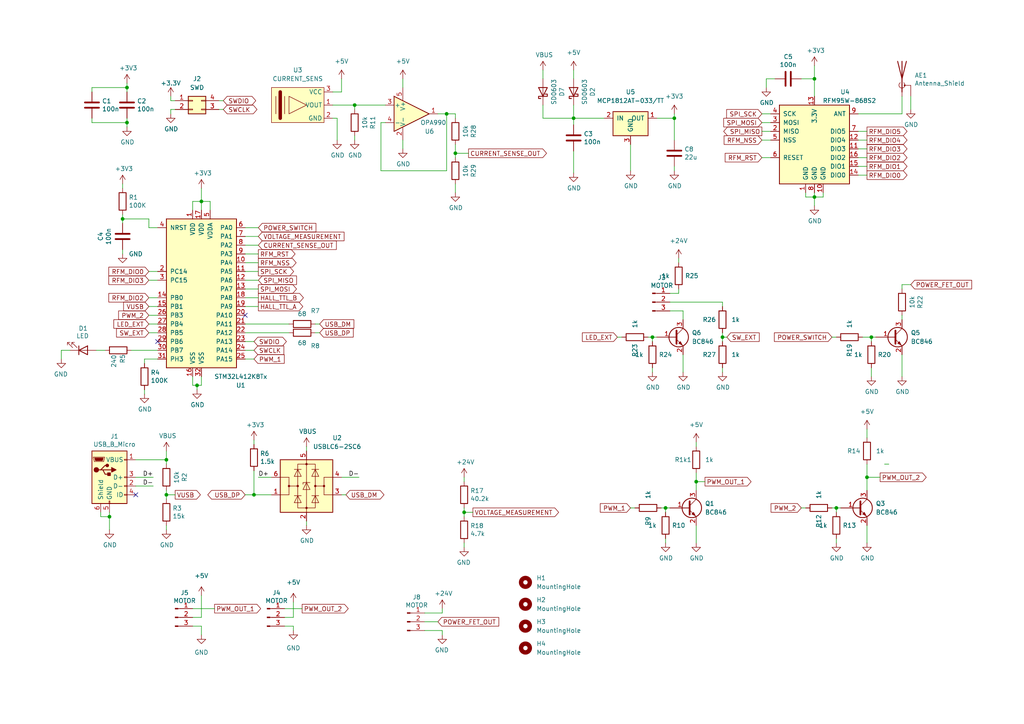
<source format=kicad_sch>
(kicad_sch (version 20211123) (generator eeschema)
  (paper "A4")
  (junction (at 195.58 34.29))
  (junction (at 193.04 147.32))
  (junction (at 209.55 97.79))
  (junction (at 201.93 139.7))
  (junction (at 35.56 63.5))
  (junction (at 166.37 34.29))
  (junction (at 236.22 57.15))
  (junction (at 58.42 58.42))
  (junction (at 36.83 25.4))
  (junction (at 134.62 148.59))
  (junction (at 102.87 30.48))
  (junction (at 242.57 147.32))
  (junction (at 252.73 97.79))
  (junction (at 251.46 138.43))
  (junction (at 48.26 143.51))
  (junction (at 236.22 22.86))
  (junction (at 132.08 44.45))
  (junction (at 129.54 33.02))
  (junction (at 36.83 35.56))
  (junction (at 48.26 133.35))
  (junction (at 189.23 97.79))
  (junction (at 31.75 149.86))
  (junction (at 57.15 111.76))
  (junction (at 73.66 143.51))
  (no_connect (at 45.72 99.06))
  (no_connect (at 71.12 91.44))
  (no_connect (at 39.37 143.51))
  (wire (pts (xy 134.62 149.86) (xy 134.62 148.59)))
  (wire (pts (xy 251.46 43.18) (xy 248.92 43.18)))
  (wire (pts (xy 166.37 50.165) (xy 166.37 43.815)))
  (wire (pts (xy 250.19 97.79) (xy 252.73 97.79)))
  (wire (pts (xy 256.54 134.62) (xy 257.81 134.62)))
  (wire (pts (xy 60.96 58.42) (xy 60.96 60.96)))
  (wire (pts (xy 71.12 71.12) (xy 74.93 71.12)))
  (wire (pts (xy 43.18 63.5) (xy 35.56 63.5)))
  (wire (pts (xy 195.58 49.53) (xy 195.58 48.26)))
  (wire (pts (xy 78.74 143.51) (xy 73.66 143.51)))
  (wire (pts (xy 251.46 134.62) (xy 251.46 138.43)))
  (wire (pts (xy 189.23 97.79) (xy 189.23 99.06)))
  (wire (pts (xy 31.75 149.86) (xy 31.75 148.59)))
  (wire (pts (xy 223.52 45.72) (xy 220.98 45.72)))
  (wire (pts (xy 43.18 93.98) (xy 45.72 93.98)))
  (wire (pts (xy 17.78 101.6) (xy 17.78 104.14)))
  (wire (pts (xy 55.88 60.96) (xy 55.88 58.42)))
  (wire (pts (xy 55.88 176.53) (xy 62.23 176.53)))
  (wire (pts (xy 71.12 86.36) (xy 74.93 86.36)))
  (wire (pts (xy 242.57 147.32) (xy 243.84 147.32)))
  (wire (pts (xy 233.68 57.15) (xy 236.22 57.15)))
  (wire (pts (xy 36.83 25.4) (xy 36.83 26.67)))
  (wire (pts (xy 55.88 109.22) (xy 55.88 111.76)))
  (wire (pts (xy 201.93 139.7) (xy 201.93 142.24)))
  (wire (pts (xy 222.25 22.86) (xy 224.79 22.86)))
  (wire (pts (xy 49.53 29.21) (xy 49.53 27.94)))
  (wire (pts (xy 123.19 177.8) (xy 128.27 177.8)))
  (wire (pts (xy 251.46 138.43) (xy 255.27 138.43)))
  (wire (pts (xy 71.12 101.6) (xy 73.66 101.6)))
  (wire (pts (xy 74.93 138.43) (xy 78.74 138.43)))
  (wire (pts (xy 189.23 97.79) (xy 190.5 97.79)))
  (wire (pts (xy 43.18 63.5) (xy 43.18 66.04)))
  (wire (pts (xy 85.09 174.625) (xy 85.09 179.07)))
  (wire (pts (xy 132.08 53.34) (xy 132.08 55.88)))
  (wire (pts (xy 43.18 66.04) (xy 45.72 66.04)))
  (wire (pts (xy 73.66 136.525) (xy 73.66 143.51)))
  (wire (pts (xy 99.06 143.51) (xy 100.33 143.51)))
  (wire (pts (xy 82.55 181.61) (xy 85.09 181.61)))
  (wire (pts (xy 85.09 181.61) (xy 85.09 182.88)))
  (wire (pts (xy 48.26 142.24) (xy 48.26 143.51)))
  (wire (pts (xy 190.5 34.29) (xy 195.58 34.29)))
  (wire (pts (xy 71.12 93.98) (xy 83.82 93.98)))
  (wire (pts (xy 157.48 34.29) (xy 166.37 34.29)))
  (wire (pts (xy 191.77 147.32) (xy 193.04 147.32)))
  (wire (pts (xy 73.66 104.14) (xy 71.12 104.14)))
  (wire (pts (xy 128.27 182.88) (xy 123.19 182.88)))
  (wire (pts (xy 238.76 57.15) (xy 238.76 55.88)))
  (wire (pts (xy 26.67 26.67) (xy 26.67 25.4)))
  (wire (pts (xy 102.87 39.37) (xy 102.87 40.64)))
  (wire (pts (xy 242.57 156.21) (xy 242.57 157.48)))
  (wire (pts (xy 193.04 147.32) (xy 194.31 147.32)))
  (wire (pts (xy 57.15 111.76) (xy 58.42 111.76)))
  (wire (pts (xy 58.42 181.61) (xy 58.42 184.15)))
  (wire (pts (xy 166.37 20.32) (xy 166.37 22.86)))
  (wire (pts (xy 48.26 153.67) (xy 48.26 152.4)))
  (wire (pts (xy 110.49 49.53) (xy 129.54 49.53)))
  (wire (pts (xy 45.72 104.14) (xy 41.91 104.14)))
  (wire (pts (xy 242.57 147.32) (xy 242.57 148.59)))
  (wire (pts (xy 71.12 81.28) (xy 74.93 81.28)))
  (wire (pts (xy 201.93 139.7) (xy 204.47 139.7)))
  (wire (pts (xy 236.22 59.69) (xy 236.22 57.15)))
  (wire (pts (xy 71.12 68.58) (xy 74.93 68.58)))
  (wire (pts (xy 43.18 96.52) (xy 45.72 96.52)))
  (wire (pts (xy 96.52 30.48) (xy 102.87 30.48)))
  (wire (pts (xy 71.12 96.52) (xy 83.82 96.52)))
  (wire (pts (xy 30.48 101.6) (xy 27.94 101.6)))
  (wire (pts (xy 132.08 44.45) (xy 132.08 45.72)))
  (wire (pts (xy 261.62 82.55) (xy 261.62 83.82)))
  (wire (pts (xy 63.5 29.21) (xy 64.77 29.21)))
  (wire (pts (xy 58.42 54.61) (xy 58.42 58.42)))
  (wire (pts (xy 134.62 138.43) (xy 134.62 139.7)))
  (wire (pts (xy 50.8 31.75) (xy 49.53 31.75)))
  (wire (pts (xy 116.84 22.86) (xy 116.84 25.4)))
  (wire (pts (xy 36.83 35.56) (xy 36.83 36.83)))
  (wire (pts (xy 97.79 34.29) (xy 97.79 40.64)))
  (wire (pts (xy 71.12 76.2) (xy 74.93 76.2)))
  (wire (pts (xy 20.32 101.6) (xy 17.78 101.6)))
  (wire (pts (xy 251.46 50.8) (xy 248.92 50.8)))
  (wire (pts (xy 222.25 25.4) (xy 222.25 22.86)))
  (wire (pts (xy 166.37 34.29) (xy 166.37 36.195)))
  (wire (pts (xy 134.62 148.59) (xy 134.62 147.32)))
  (wire (pts (xy 261.62 102.87) (xy 261.62 109.22)))
  (wire (pts (xy 58.42 179.07) (xy 58.42 172.72)))
  (wire (pts (xy 252.73 97.79) (xy 254 97.79)))
  (wire (pts (xy 48.26 143.51) (xy 48.26 144.78)))
  (wire (pts (xy 71.12 99.06) (xy 73.66 99.06)))
  (wire (pts (xy 193.04 147.32) (xy 193.04 148.59)))
  (wire (pts (xy 132.08 44.45) (xy 135.89 44.45)))
  (wire (pts (xy 102.87 30.48) (xy 111.76 30.48)))
  (wire (pts (xy 123.19 180.34) (xy 127 180.34)))
  (wire (pts (xy 241.3 97.79) (xy 242.57 97.79)))
  (wire (pts (xy 58.42 181.61) (xy 55.88 181.61)))
  (wire (pts (xy 134.62 148.59) (xy 137.16 148.59)))
  (wire (pts (xy 194.31 87.63) (xy 209.55 87.63)))
  (wire (pts (xy 129.54 33.02) (xy 132.08 33.02)))
  (wire (pts (xy 26.67 34.29) (xy 26.67 35.56)))
  (wire (pts (xy 41.91 104.14) (xy 41.91 105.41)))
  (wire (pts (xy 236.22 27.94) (xy 236.22 22.86)))
  (wire (pts (xy 157.48 30.48) (xy 157.48 34.29)))
  (wire (pts (xy 252.73 97.79) (xy 252.73 99.06)))
  (wire (pts (xy 110.49 35.56) (xy 110.49 49.53)))
  (wire (pts (xy 39.37 140.97) (xy 44.45 140.97)))
  (wire (pts (xy 36.83 24.13) (xy 36.83 25.4)))
  (wire (pts (xy 73.66 143.51) (xy 71.12 143.51)))
  (wire (pts (xy 187.96 97.79) (xy 189.23 97.79)))
  (wire (pts (xy 57.15 113.03) (xy 57.15 111.76)))
  (wire (pts (xy 45.72 91.44) (xy 43.18 91.44)))
  (wire (pts (xy 71.12 66.04) (xy 74.93 66.04)))
  (wire (pts (xy 201.93 137.16) (xy 201.93 139.7)))
  (wire (pts (xy 194.31 85.09) (xy 196.85 85.09)))
  (wire (pts (xy 35.56 63.5) (xy 35.56 62.23)))
  (wire (pts (xy 129.54 49.53) (xy 129.54 33.02)))
  (wire (pts (xy 248.92 33.02) (xy 261.62 33.02)))
  (wire (pts (xy 261.62 91.44) (xy 261.62 92.71)))
  (wire (pts (xy 220.98 35.56) (xy 223.52 35.56)))
  (wire (pts (xy 196.85 85.09) (xy 196.85 83.82)))
  (wire (pts (xy 232.41 147.32) (xy 233.68 147.32)))
  (wire (pts (xy 232.41 22.86) (xy 236.22 22.86)))
  (wire (pts (xy 251.46 38.1) (xy 248.92 38.1)))
  (wire (pts (xy 209.55 97.79) (xy 210.82 97.79)))
  (wire (pts (xy 55.88 111.76) (xy 57.15 111.76)))
  (wire (pts (xy 201.93 128.27) (xy 201.93 129.54)))
  (wire (pts (xy 35.56 73.66) (xy 35.56 72.39)))
  (wire (pts (xy 251.46 124.46) (xy 251.46 127)))
  (wire (pts (xy 26.67 35.56) (xy 36.83 35.56)))
  (wire (pts (xy 166.37 34.29) (xy 175.26 34.29)))
  (wire (pts (xy 31.75 153.67) (xy 31.75 149.86)))
  (wire (pts (xy 195.58 33.02) (xy 195.58 34.29)))
  (wire (pts (xy 157.48 20.32) (xy 157.48 22.86)))
  (wire (pts (xy 41.91 114.3) (xy 41.91 113.03)))
  (wire (pts (xy 251.46 45.72) (xy 248.92 45.72)))
  (wire (pts (xy 82.55 176.53) (xy 87.63 176.53)))
  (wire (pts (xy 128.27 176.53) (xy 128.27 177.8)))
  (wire (pts (xy 261.62 27.94) (xy 261.62 33.02)))
  (wire (pts (xy 236.22 57.15) (xy 238.76 57.15)))
  (wire (pts (xy 189.23 106.68) (xy 189.23 107.95)))
  (wire (pts (xy 99.06 22.86) (xy 99.06 26.67)))
  (wire (pts (xy 104.14 138.43) (xy 99.06 138.43)))
  (wire (pts (xy 132.08 41.91) (xy 132.08 44.45)))
  (wire (pts (xy 264.16 31.75) (xy 264.16 27.94)))
  (wire (pts (xy 71.12 73.66) (xy 74.93 73.66)))
  (wire (pts (xy 209.55 87.63) (xy 209.55 88.9)))
  (wire (pts (xy 223.52 38.1) (xy 220.98 38.1)))
  (wire (pts (xy 209.55 97.79) (xy 209.55 99.06)))
  (wire (pts (xy 35.56 53.34) (xy 35.56 54.61)))
  (wire (pts (xy 195.58 34.29) (xy 195.58 40.64)))
  (wire (pts (xy 45.72 86.36) (xy 43.18 86.36)))
  (wire (pts (xy 261.62 82.55) (xy 264.16 82.55)))
  (wire (pts (xy 91.44 93.98) (xy 92.71 93.98)))
  (wire (pts (xy 251.46 152.4) (xy 251.46 157.48)))
  (wire (pts (xy 39.37 138.43) (xy 44.45 138.43)))
  (wire (pts (xy 194.31 90.17) (xy 198.12 90.17)))
  (wire (pts (xy 26.67 25.4) (xy 36.83 25.4)))
  (wire (pts (xy 134.62 158.75) (xy 134.62 157.48)))
  (wire (pts (xy 128.27 182.88) (xy 128.27 184.15)))
  (wire (pts (xy 71.12 78.74) (xy 74.93 78.74)))
  (wire (pts (xy 209.55 96.52) (xy 209.55 97.79)))
  (wire (pts (xy 166.37 30.48) (xy 166.37 34.29)))
  (wire (pts (xy 91.44 96.52) (xy 92.71 96.52)))
  (wire (pts (xy 71.12 83.82) (xy 74.93 83.82)))
  (wire (pts (xy 64.77 31.75) (xy 63.5 31.75)))
  (wire (pts (xy 88.9 152.4) (xy 88.9 151.13)))
  (wire (pts (xy 36.83 34.29) (xy 36.83 35.56)))
  (wire (pts (xy 35.56 64.77) (xy 35.56 63.5)))
  (wire (pts (xy 49.53 29.21) (xy 50.8 29.21)))
  (wire (pts (xy 236.22 57.15) (xy 236.22 55.88)))
  (wire (pts (xy 71.12 88.9) (xy 74.93 88.9)))
  (wire (pts (xy 182.88 147.32) (xy 184.15 147.32)))
  (wire (pts (xy 132.08 34.29) (xy 132.08 33.02)))
  (wire (pts (xy 82.55 179.07) (xy 85.09 179.07)))
  (wire (pts (xy 48.26 133.35) (xy 48.26 134.62)))
  (wire (pts (xy 73.66 127.635) (xy 73.66 128.905)))
  (wire (pts (xy 179.07 97.79) (xy 180.34 97.79)))
  (wire (pts (xy 55.88 179.07) (xy 58.42 179.07)))
  (wire (pts (xy 193.04 156.21) (xy 193.04 157.48)))
  (wire (pts (xy 43.18 81.28) (xy 45.72 81.28)))
  (wire (pts (xy 233.68 55.88) (xy 233.68 57.15)))
  (wire (pts (xy 29.21 148.59) (xy 29.21 149.86)))
  (wire (pts (xy 96.52 26.67) (xy 99.06 26.67)))
  (wire (pts (xy 102.87 30.48) (xy 102.87 31.75)))
  (wire (pts (xy 45.72 101.6) (xy 38.1 101.6)))
  (wire (pts (xy 209.55 106.68) (xy 209.55 107.95)))
  (wire (pts (xy 88.9 129.54) (xy 88.9 130.81)))
  (wire (pts (xy 111.76 35.56) (xy 110.49 35.56)))
  (wire (pts (xy 58.42 60.96) (xy 58.42 58.42)))
  (wire (pts (xy 43.18 78.74) (xy 45.72 78.74)))
  (wire (pts (xy 236.22 22.86) (xy 236.22 19.05)))
  (wire (pts (xy 116.84 40.64) (xy 116.84 43.18)))
  (wire (pts (xy 251.46 40.64) (xy 248.92 40.64)))
  (wire (pts (xy 196.85 74.93) (xy 196.85 76.2)))
  (wire (pts (xy 39.37 133.35) (xy 48.26 133.35)))
  (wire (pts (xy 48.26 130.81) (xy 48.26 133.35)))
  (wire (pts (xy 198.12 102.87) (xy 198.12 107.95)))
  (wire (pts (xy 29.21 149.86) (xy 31.75 149.86)))
  (wire (pts (xy 58.42 58.42) (xy 60.96 58.42)))
  (wire (pts (xy 223.52 33.02) (xy 220.98 33.02)))
  (wire (pts (xy 129.54 33.02) (xy 127 33.02)))
  (wire (pts (xy 252.73 106.68) (xy 252.73 109.22)))
  (wire (pts (xy 43.18 88.9) (xy 45.72 88.9)))
  (wire (pts (xy 182.88 49.53) (xy 182.88 41.91)))
  (wire (pts (xy 198.12 90.17) (xy 198.12 92.71)))
  (wire (pts (xy 220.98 40.64) (xy 223.52 40.64)))
  (wire (pts (xy 58.42 111.76) (xy 58.42 109.22)))
  (wire (pts (xy 49.53 31.75) (xy 49.53 33.02)))
  (wire (pts (xy 251.46 138.43) (xy 251.46 142.24)))
  (wire (pts (xy 201.93 152.4) (xy 201.93 157.48)))
  (wire (pts (xy 55.88 58.42) (xy 58.42 58.42)))
  (wire (pts (xy 241.3 147.32) (xy 242.57 147.32)))
  (wire (pts (xy 251.46 48.26) (xy 248.92 48.26)))
  (wire (pts (xy 48.26 143.51) (xy 50.8 143.51)))
  (wire (pts (xy 97.79 34.29) (xy 96.52 34.29)))
  (label "D-" (at 44.45 140.97 180))
  (label "D-" (at 104.14 138.43 180))
  (label "D+" (at 74.93 138.43 0))
  (label "D+" (at 44.45 138.43 180))
  (global_label "RFM_DIO3" (shape input) (at 43.18 81.28 180) (property "Intersheet References" "${INTERSHEET_REFS}" (effects hide)))
  (global_label "PWM_OUT_1" (shape output) (at 204.47 139.7 0) (property "Intersheet References" "${INTERSHEET_REFS}" (effects hide)))
  (global_label "RFM_RST" (shape input) (at 220.98 45.72 180) (property "Intersheet References" "${INTERSHEET_REFS}" (effects hide)))
  (global_label "USB_DP" (shape input) (at 92.71 96.52 0) (property "Intersheet References" "${INTERSHEET_REFS}" (effects hide)))
  (global_label "RFM_DIO4" (shape output) (at 251.46 40.64 0) (property "Intersheet References" "${INTERSHEET_REFS}" (effects hide)))
  (global_label "PWM_OUT_1" (shape output) (at 62.23 176.53 0) (property "Intersheet References" "${INTERSHEET_REFS}" (effects hide)))
  (global_label "PWM_OUT_2" (shape output) (at 87.63 176.53 0) (property "Intersheet References" "${INTERSHEET_REFS}" (effects hide)))
  (global_label "PWM_OUT_2" (shape output) (at 255.27 138.43 0) (property "Intersheet References" "${INTERSHEET_REFS}" (effects hide)))
  (global_label "PWM_1" (shape input) (at 182.88 147.32 180) (property "Intersheet References" "${INTERSHEET_REFS}" (effects hide)))
  (global_label "VUSB" (shape output) (at 50.8 143.51 0) (property "Intersheet References" "${INTERSHEET_REFS}" (effects hide)))
  (global_label "RFM_DIO0" (shape output) (at 251.46 50.8 0) (property "Intersheet References" "${INTERSHEET_REFS}" (effects hide)))
  (global_label "SPI_MISO" (shape output) (at 220.98 38.1 180) (property "Intersheet References" "${INTERSHEET_REFS}" (effects hide)))
  (global_label "RFM_NSS" (shape input) (at 220.98 40.64 180) (property "Intersheet References" "${INTERSHEET_REFS}" (effects hide)))
  (global_label "SW_EXT" (shape input) (at 43.18 96.52 180) (property "Intersheet References" "${INTERSHEET_REFS}" (effects hide)))
  (global_label "HALL_TTL_B" (shape output) (at 74.93 86.36 0) (property "Intersheet References" "${INTERSHEET_REFS}" (effects hide)))
  (global_label "SPI_SCK" (shape output) (at 74.93 78.74 0) (property "Intersheet References" "${INTERSHEET_REFS}" (effects hide)))
  (global_label "PWM_2" (shape input) (at 232.41 147.32 180) (property "Intersheet References" "${INTERSHEET_REFS}" (effects hide)))
  (global_label "RFM_DIO2" (shape input) (at 43.18 86.36 180) (property "Intersheet References" "${INTERSHEET_REFS}" (effects hide)))
  (global_label "RFM_DIO0" (shape input) (at 43.18 78.74 180) (property "Intersheet References" "${INTERSHEET_REFS}" (effects hide)))
  (global_label "POWER_SWITCH" (shape input) (at 241.3 97.79 180) (property "Intersheet References" "${INTERSHEET_REFS}" (effects hide)))
  (global_label "VUSB" (shape input) (at 43.18 88.9 180) (property "Intersheet References" "${INTERSHEET_REFS}" (effects hide)))
  (global_label "SWCLK" (shape input) (at 73.66 101.6 0) (property "Intersheet References" "${INTERSHEET_REFS}" (effects hide)))
  (global_label "SWCLK" (shape bidirectional) (at 64.77 31.75 0) (property "Intersheet References" "${INTERSHEET_REFS}" (effects hide)))
  (global_label "RFM_DIO2" (shape output) (at 251.46 45.72 0) (property "Intersheet References" "${INTERSHEET_REFS}" (effects hide)))
  (global_label "SPI_SCK" (shape input) (at 220.98 33.02 180) (property "Intersheet References" "${INTERSHEET_REFS}" (effects hide)))
  (global_label "VOLTAGE_MEASUREMENT" (shape input) (at 74.93 68.58 0) (property "Intersheet References" "${INTERSHEET_REFS}" (effects hide)))
  (global_label "HALL_TTL_A" (shape output) (at 74.93 88.9 0) (property "Intersheet References" "${INTERSHEET_REFS}" (effects hide)))
  (global_label "USB_DM" (shape input) (at 92.71 93.98 0) (property "Intersheet References" "${INTERSHEET_REFS}" (effects hide)))
  (global_label "USB_DM" (shape bidirectional) (at 100.33 143.51 0) (property "Intersheet References" "${INTERSHEET_REFS}" (effects hide)))
  (global_label "RFM_DIO3" (shape output) (at 251.46 43.18 0) (property "Intersheet References" "${INTERSHEET_REFS}" (effects hide)))
  (global_label "LED_EXT" (shape input) (at 179.07 97.79 180) (property "Intersheet References" "${INTERSHEET_REFS}" (effects hide)))
  (global_label "POWER_FET_OUT" (shape input) (at 264.16 82.55 0) (property "Intersheet References" "${INTERSHEET_REFS}" (effects hide)))
  (global_label "SWDIO" (shape bidirectional) (at 73.66 99.06 0) (property "Intersheet References" "${INTERSHEET_REFS}" (effects hide)))
  (global_label "RFM_RST" (shape output) (at 74.93 73.66 0) (property "Intersheet References" "${INTERSHEET_REFS}" (effects hide)))
  (global_label "POWER_SWITCH" (shape input) (at 74.93 66.04 0) (property "Intersheet References" "${INTERSHEET_REFS}" (effects hide)))
  (global_label "CURRENT_SENSE_OUT" (shape input) (at 74.93 71.12 0) (property "Intersheet References" "${INTERSHEET_REFS}" (effects hide)))
  (global_label "VOLTAGE_MEASUREMENT" (shape output) (at 137.16 148.59 0) (property "Intersheet References" "${INTERSHEET_REFS}" (effects hide)))
  (global_label "USB_DP" (shape bidirectional) (at 71.12 143.51 180) (property "Intersheet References" "${INTERSHEET_REFS}" (effects hide)))
  (global_label "SPI_MISO" (shape input) (at 74.93 81.28 0) (property "Intersheet References" "${INTERSHEET_REFS}" (effects hide)))
  (global_label "SPI_MOSI" (shape input) (at 220.98 35.56 180) (property "Intersheet References" "${INTERSHEET_REFS}" (effects hide)))
  (global_label "CURRENT_SENSE_OUT" (shape output) (at 135.89 44.45 0) (property "Intersheet References" "${INTERSHEET_REFS}" (effects hide)))
  (global_label "SW_EXT" (shape input) (at 210.82 97.79 0) (property "Intersheet References" "${INTERSHEET_REFS}" (effects hide)))
  (global_label "POWER_FET_OUT" (shape input) (at 127 180.34 0) (property "Intersheet References" "${INTERSHEET_REFS}" (effects hide)))
  (global_label "RFM_DIO5" (shape output) (at 251.46 38.1 0) (property "Intersheet References" "${INTERSHEET_REFS}" (effects hide)))
  (global_label "PWM_2" (shape input) (at 43.18 91.44 180) (property "Intersheet References" "${INTERSHEET_REFS}" (effects hide)))
  (global_label "SWDIO" (shape bidirectional) (at 64.77 29.21 0) (property "Intersheet References" "${INTERSHEET_REFS}" (effects hide)))
  (global_label "SPI_MOSI" (shape output) (at 74.93 83.82 0) (property "Intersheet References" "${INTERSHEET_REFS}" (effects hide)))
  (global_label "RFM_DIO1" (shape output) (at 251.46 48.26 0) (property "Intersheet References" "${INTERSHEET_REFS}" (effects hide)))
  (global_label "RFM_NSS" (shape output) (at 74.93 76.2 0) (property "Intersheet References" "${INTERSHEET_REFS}" (effects hide)))
  (global_label "PWM_1" (shape input) (at 73.66 104.14 0) (property "Intersheet References" "${INTERSHEET_REFS}" (effects hide)))
  (global_label "LED_EXT" (shape input) (at 43.18 93.98 180) (property "Intersheet References" "${INTERSHEET_REFS}" (effects hide)))
  (symbol (lib_id "power:GND") (at 236.22 59.69 0) (unit 1)
    (property "Reference" "#PWR0110" (effects hide))
    (property "Value" "GND" (at 236.347 64.0842 0))
  )
  (symbol (lib_id "power:+24V") (at 196.85 74.93 0) (unit 1)
    (property "Reference" "#PWR0160" (effects hide))
    (property "Value" "+24V" (at 196.85 69.85 0))
  )
  (symbol (lib_id "Device:R") (at 132.08 49.53 0) (mirror y) (unit 1)
    (property "Reference" "R29" (at 137.3378 49.53 90))
    (property "Value" "10k" (at 135.0264 49.53 90))
    (property "Footprint" "Resistor_SMD:R_0603_1608Metric" (effects hide))
    (property "Hersteller Nr." "RT0603FRE0710KL" (effects hide))
    (property "Mouser Nr." "603-RT0603FRE0710KL" (effects hide))
  )
  (symbol (lib_id "power:GND") (at 102.87 40.64 0) (unit 1)
    (property "Reference" "#PWR0109" (effects hide))
    (property "Value" "GND" (at 102.997 45.0342 0))
  )
  (symbol (lib_id "MK_MCU:STM32L412K8Tx") (at 58.42 83.82 0) (unit 1)
    (property "Reference" "U1" (at 69.85 111.76 0))
    (property "Value" "STM32L412K8Tx" (at 69.85 109.22 0))
    (property "Footprint" "Package_QFP:LQFP-32_7x7mm_P0.8mm" (effects hide))
    (property "Hersteller Nr." "STM32L412K8T6" (effects hide))
    (property "Mouser Nr." "511-STM32L412K8T6" (effects hide))
  )
  (symbol (lib_id "Connector:Conn_01x03_Male") (at 189.23 87.63 0) (unit 1)
    (property "Reference" "J3" (at 191.9732 80.4926 0))
    (property "Value" "MOTOR" (at 191.9732 82.804 0))
    (property "Footprint" "Connector_PinHeader_2.54mm:PinHeader_1x03_P2.54mm_Vertical" (effects hide))
  )
  (symbol (lib_id "Mechanical:MountingHole") (at 152.4 168.91 0) (unit 1)
    (property "Reference" "H1" (at 155.575 167.6399 0) (effects (justify left)))
    (property "Value" "MountingHole" (at 155.575 170.1799 0) (effects (justify left)))
    (property "Footprint" "MountingHole:MountingHole_3.2mm_M3" (effects hide))
  )
  (symbol (lib_id "Amplifier_Operational:OPA330xxDBV") (at 119.38 33.02 0) (unit 1)
    (property "Reference" "U6" (at 123.19 38.1 0) (effects (justify left)))
    (property "Value" "OPA990" (at 121.92 35.56 0) (effects (justify left)))
    (property "Footprint" "Package_TO_SOT_SMD:SOT-23-5" (effects hide))
    (property "Datasheet" "https://www.ti.com/lit/ds/symlink/opa990.pdf" (effects hide))
    (property "Hersteller Nr." "OPA990IDBVR " (effects hide))
    (property "Mouser Nr." "595-OPA990IDBVR " (effects hide))
  )
  (symbol (lib_id "Device:C") (at 35.56 68.58 180) (unit 1)
    (property "Reference" "C4" (at 29.1592 68.58 90))
    (property "Value" "100n" (at 31.4706 68.58 90))
    (property "Footprint" "Capacitor_SMD:C_0603_1608Metric" (effects hide))
    (property "Datasheet" "https://www.mouser.ch/datasheet/2/585/MLCC-1837944.pdf" (effects hide))
    (property "Hersteller Nr." "CL10B104KB8NNWC" (effects hide))
    (property "Mouser Nr." "187-CL10B104KB8NNWC" (effects hide))
  )
  (symbol (lib_id "Connector:Conn_01x03_Male") (at 50.8 179.07 0) (unit 1)
    (property "Reference" "J5" (at 53.5432 171.9326 0))
    (property "Value" "MOTOR" (at 53.5432 174.244 0))
    (property "Footprint" "Connector_PinHeader_2.54mm:PinHeader_1x03_P2.54mm_Vertical" (effects hide))
  )
  (symbol (lib_id "power:+24V") (at 128.27 176.53 0) (unit 1)
    (property "Reference" "#PWR0155" (effects hide))
    (property "Value" "+24V" (at 128.651 172.1358 0))
  )
  (symbol (lib_id "power:VBUS") (at 48.26 130.81 0) (unit 1)
    (property "Reference" "#PWR0123" (effects hide))
    (property "Value" "VBUS" (at 48.641 126.4158 0))
  )
  (symbol (lib_id "power:GND") (at 85.09 182.88 0) (unit 1)
    (property "Reference" "#PWR0134" (effects hide))
    (property "Value" "GND" (at 85.09 187.96 0))
  )
  (symbol (lib_id "power:GND") (at 58.42 184.15 0) (unit 1)
    (property "Reference" "#PWR0132" (effects hide))
    (property "Value" "GND" (at 58.42 189.23 0))
  )
  (symbol (lib_id "power:+5V") (at 85.09 174.625 0) (unit 1)
    (property "Reference" "#PWR0127" (effects hide))
    (property "Value" "+5V" (at 85.09 168.91 0))
  )
  (symbol (lib_id "power:GND") (at 31.75 153.67 0) (unit 1)
    (property "Reference" "#PWR0122" (effects hide))
    (property "Value" "GND" (at 31.877 158.0642 0))
  )
  (symbol (lib_id "power:GND") (at 195.58 49.53 0) (unit 1)
    (property "Reference" "#PWR0146" (effects hide))
    (property "Value" "GND" (at 195.707 53.9242 0))
  )
  (symbol (lib_id "power:+5V") (at 166.37 20.32 0) (unit 1)
    (property "Reference" "#PWR0147" (effects hide))
    (property "Value" "+5V" (at 166.37 15.24 0))
  )
  (symbol (lib_id "Device:D_Schottky") (at 166.37 26.67 90) (unit 1)
    (property "Reference" "D2" (at 171.8564 26.67 0))
    (property "Value" "SD0603" (at 169.545 26.67 0))
    (property "Footprint" "Diode_SMD:D_0603_1608Metric" (effects hide))
    (property "Datasheet" "https://www.mouser.ch/datasheet/2/40/schottky-776407.pdf" (effects hide))
    (property "Hersteller Nr." "SD0603S040S0R2" (effects hide))
    (property "Mouser Nr." "581-SD0603S040S0R2 " (effects hide))
  )
  (symbol (lib_id "Connector_Generic:Conn_02x02_Counter_Clockwise") (at 55.88 29.21 0) (unit 1)
    (property "Reference" "J2" (at 57.15 22.86 0))
    (property "Value" "SWD" (at 57.15 25.4 0))
    (property "Footprint" "Connector_PinHeader_2.54mm:PinHeader_2x02_P2.54mm_Vertical" (effects hide))
  )
  (symbol (lib_id "power:+24V") (at 134.62 138.43 0) (unit 1)
    (property "Reference" "#PWR0151" (effects hide))
    (property "Value" "+24V" (at 135.001 134.0358 0))
  )
  (symbol (lib_id "Device:LED") (at 24.13 101.6 0) (mirror x) (unit 1)
    (property "Reference" "D1" (at 24.13 95.25 0))
    (property "Value" "LED" (at 23.9522 97.4344 0))
    (property "Footprint" "LED_SMD:LED_0603_1608Metric" (effects hide))
    (property "Hersteller Nr." "150060VS75000" (effects hide))
    (property "Mouser Nr." "710-150060VS75000" (effects hide))
  )
  (symbol (lib_id "Device:R") (at 134.62 153.67 0) (unit 1)
    (property "Reference" "R18" (at 136.398 152.5016 0) (effects (justify left)))
    (property "Value" "4.7k" (at 136.398 154.813 0) (effects (justify left)))
    (property "Footprint" "Resistor_SMD:R_0603_1608Metric" (effects hide))
    (property "Hersteller Nr." "RT0603FRE074K7" (effects hide))
    (property "Mouser Nr." "603-RT0603FRE074K7L" (effects hide))
  )
  (symbol (lib_id "Device:R") (at 73.66 132.715 180) (unit 1)
    (property "Reference" "R6" (at 75.438 131.5466 0) (effects (justify right)))
    (property "Value" "1.5k" (at 75.438 133.858 0) (effects (justify right)))
    (property "Footprint" "Resistor_SMD:R_0603_1608Metric" (effects hide))
    (property "Hersteller Nr." "RT0603FRE101K5L" (effects hide))
    (property "Mouser Nr." "603-RT0603FRE101K5L" (effects hide))
  )
  (symbol (lib_id "power:GND") (at 209.55 107.95 0) (unit 1)
    (property "Reference" "#PWR0161" (effects hide))
    (property "Value" "GND" (at 209.677 112.3442 0))
  )
  (symbol (lib_id "power:GND") (at 264.16 31.75 0) (unit 1)
    (property "Reference" "#PWR0125" (effects hide))
    (property "Value" "GND" (at 264.287 36.1442 0))
  )
  (symbol (lib_id "Device:D_Schottky") (at 157.48 26.67 90) (unit 1)
    (property "Reference" "D7" (at 162.9664 26.67 0))
    (property "Value" "SD0603" (at 160.655 26.67 0))
    (property "Footprint" "Diode_SMD:D_0603_1608Metric" (effects hide))
    (property "Datasheet" "https://www.mouser.ch/datasheet/2/40/schottky-776407.pdf" (effects hide))
    (property "Hersteller Nr." "SD0603S040S0R2" (effects hide))
    (property "Mouser Nr." "581-SD0603S040S0R2 " (effects hide))
  )
  (symbol (lib_id "Device:R") (at 132.08 38.1 0) (mirror y) (unit 1)
    (property "Reference" "R28" (at 137.3378 38.1 90))
    (property "Value" "10k" (at 135.0264 38.1 90))
    (property "Footprint" "Resistor_SMD:R_0603_1608Metric" (effects hide))
    (property "Hersteller Nr." "RT0603FRE0710KL" (effects hide))
    (property "Mouser Nr." "603-RT0603FRE0710KL" (effects hide))
  )
  (symbol (lib_id "power:GND") (at 41.91 114.3 0) (unit 1)
    (property "Reference" "#PWR0103" (effects hide))
    (property "Value" "GND" (at 42.037 118.6942 0))
  )
  (symbol (lib_id "Device:R") (at 251.46 130.81 0) (unit 1)
    (property "Reference" "R14" (at 247.65 130.81 0))
    (property "Value" "1k" (at 255.27 130.81 0))
    (property "Footprint" "Resistor_SMD:R_0603_1608Metric" (effects hide))
    (property "Hersteller Nr." "RT0603FRE071KL" (effects hide))
    (property "Mouser Nr." "603-RT0603FRE071KL" (effects hide))
  )
  (symbol (lib_id "power:GND") (at 88.9 152.4 0) (unit 1)
    (property "Reference" "#PWR0119" (effects hide))
    (property "Value" "GND" (at 89.027 156.7942 0))
  )
  (symbol (lib_id "power:GND") (at 48.26 153.67 0) (unit 1)
    (property "Reference" "#PWR0121" (effects hide))
    (property "Value" "GND" (at 48.387 158.0642 0))
  )
  (symbol (lib_id "power:+5V") (at 58.42 172.72 0) (unit 1)
    (property "Reference" "#PWR0114" (effects hide))
    (property "Value" "+5V" (at 58.42 167.005 0))
  )
  (symbol (lib_id "power:GND") (at 261.62 109.22 0) (unit 1)
    (property "Reference" "#PWR0144" (effects hide))
    (property "Value" "GND" (at 261.747 113.6142 0))
  )
  (symbol (lib_id "Device:R") (at 87.63 93.98 90) (unit 1)
    (property "Reference" "R7" (at 91.44 90.17 90))
    (property "Value" "68" (at 87.63 91.0336 90))
    (property "Footprint" "Resistor_SMD:R_0603_1608Metric" (effects hide))
    (property "Hersteller Nr." "CRCW060368R0FKEA" (effects hide))
    (property "Mouser Nr." "71-CRCW0603-68-E3" (effects hide))
  )
  (symbol (lib_id "power:GND") (at 134.62 158.75 0) (mirror y) (unit 1)
    (property "Reference" "#PWR0152" (effects hide))
    (property "Value" "GND" (at 134.493 163.1442 0))
  )
  (symbol (lib_id "MK_Sensor:CURRENT_SENS") (at 86.36 30.48 0) (unit 1)
    (property "Reference" "U3" (at 86.36 20.32 0))
    (property "Value" "CURRENT_SENS" (at 86.36 22.86 0))
    (property "Footprint" "MK_Footprints:L01Z" (effects hide))
    (property "Hersteller Nr." "L01Z050S05" (effects hide))
    (property "Mouser Nr." "838-L01Z050S05" (effects hide))
  )
  (symbol (lib_id "Device:R") (at 261.62 87.63 0) (mirror y) (unit 1)
    (property "Reference" "R22" (at 266.8778 87.63 90))
    (property "Value" "10k" (at 264.5664 87.63 90))
    (property "Footprint" "Resistor_SMD:R_0603_1608Metric" (effects hide))
    (property "Hersteller Nr." "RT0603FRE0710KL" (effects hide))
    (property "Mouser Nr." "603-RT0603FRE0710KL" (effects hide))
  )
  (symbol (lib_id "power:GND") (at 193.04 157.48 0) (unit 1)
    (property "Reference" "#PWR0116" (effects hide))
    (property "Value" "GND" (at 193.167 161.8742 0))
  )
  (symbol (lib_id "power:+3.3V") (at 49.53 27.94 0) (unit 1)
    (property "Reference" "#PWR0102" (effects hide))
    (property "Value" "+3.3V" (at 49.53 24.13 0))
  )
  (symbol (lib_id "power:+5V") (at 99.06 22.86 0) (unit 1)
    (property "Reference" "#PWR0112" (effects hide))
    (property "Value" "+5V" (at 99.06 17.78 0))
  )
  (symbol (lib_id "power:GND") (at 252.73 109.22 0) (unit 1)
    (property "Reference" "#PWR0145" (effects hide))
    (property "Value" "GND" (at 252.857 113.6142 0))
  )
  (symbol (lib_id "Connector:USB_B_Micro") (at 31.75 138.43 0) (unit 1)
    (property "Reference" "J1" (at 33.1978 126.5682 0))
    (property "Value" "USB_B_Micro" (at 33.1978 128.8796 0))
    (property "Footprint" "Connector_USB:USB_Micro-B_Wuerth_614105150721_Vertical" (effects hide))
    (property "Datasheet" "https://www.mouser.ch/datasheet/2/445/614105150721-1717916.pdf" (effects hide))
    (property "Hersteller Nr." "614105150721" (effects hide))
    (property "Mouser Nr." "710-614105150721" (effects hide))
  )
  (symbol (lib_id "Device:C") (at 166.37 40.005 0) (unit 1)
    (property "Reference" "C3" (at 169.291 38.8366 0) (effects (justify left)))
    (property "Value" "100n" (at 169.291 41.148 0) (effects (justify left)))
    (property "Footprint" "Capacitor_SMD:C_0603_1608Metric" (effects hide))
    (property "Datasheet" "https://www.mouser.ch/datasheet/2/585/MLCC-1837944.pdf" (effects hide))
    (property "Hersteller Nr." "CL10B104KB8NNWC" (effects hide))
    (property "Mouser Nr." "187-CL10B104KB8NNWC" (effects hide))
  )
  (symbol (lib_id "power:GND") (at 116.84 43.18 0) (unit 1)
    (property "Reference" "#PWR0162" (effects hide))
    (property "Value" "GND" (at 116.967 47.5742 0))
  )
  (symbol (lib_id "Device:R") (at 187.96 147.32 90) (unit 1)
    (property "Reference" "R9" (at 187.96 151.13 0))
    (property "Value" "1k" (at 187.96 143.51 0))
    (property "Footprint" "Resistor_SMD:R_0603_1608Metric" (effects hide))
    (property "Hersteller Nr." "RT0603FRE071KL" (effects hide))
    (property "Mouser Nr." "603-RT0603FRE071KL" (effects hide))
  )
  (symbol (lib_id "power:GND") (at 222.25 25.4 0) (unit 1)
    (property "Reference" "#PWR0111" (effects hide))
    (property "Value" "GND" (at 222.377 29.7942 0))
  )
  (symbol (lib_id "power:VBUS") (at 88.9 129.54 0) (unit 1)
    (property "Reference" "#PWR0118" (effects hide))
    (property "Value" "VBUS" (at 89.281 125.1458 0))
  )
  (symbol (lib_id "power:GND") (at 198.12 107.95 0) (unit 1)
    (property "Reference" "#PWR0158" (effects hide))
    (property "Value" "GND" (at 198.247 112.3442 0))
  )
  (symbol (lib_id "power:GND") (at 97.79 40.64 0) (unit 1)
    (property "Reference" "#PWR0113" (effects hide))
    (property "Value" "GND" (at 97.917 45.0342 0))
  )
  (symbol (lib_id "power:GND") (at 49.53 33.02 0) (unit 1)
    (property "Reference" "#PWR0101" (effects hide))
    (property "Value" "GND" (at 49.657 37.4142 0))
  )
  (symbol (lib_id "power:GND") (at 132.08 55.88 0) (unit 1)
    (property "Reference" "#PWR0164" (effects hide))
    (property "Value" "GND" (at 132.207 60.2742 0))
  )
  (symbol (lib_id "power:GND") (at 182.88 49.53 0) (unit 1)
    (property "Reference" "#PWR0148" (effects hide))
    (property "Value" "GND" (at 183.007 53.9242 0))
  )
  (symbol (lib_id "power:GND") (at 189.23 107.95 0) (unit 1)
    (property "Reference" "#PWR0159" (effects hide))
    (property "Value" "GND" (at 189.357 112.3442 0))
  )
  (symbol (lib_id "power:+5V") (at 116.84 22.86 0) (unit 1)
    (property "Reference" "#PWR0163" (effects hide))
    (property "Value" "+5V" (at 116.84 17.78 0))
  )
  (symbol (lib_id "power:GND") (at 35.56 73.66 0) (unit 1)
    (property "Reference" "#PWR0157" (effects hide))
    (property "Value" "GND" (at 39.37 73.66 0))
  )
  (symbol (lib_id "Device:R") (at 134.62 143.51 0) (unit 1)
    (property "Reference" "R17" (at 136.398 142.3416 0) (effects (justify left)))
    (property "Value" "40.2k" (at 136.398 144.653 0) (effects (justify left)))
    (property "Footprint" "Resistor_SMD:R_0603_1608Metric" (effects hide))
    (property "Hersteller Nr." "RR0816P-4022-D-59C" (effects hide))
    (property "Mouser Nr." "754-RR0816P-4022D59C" (effects hide))
  )
  (symbol (lib_id "Device:Antenna_Shield") (at 261.62 22.86 0) (unit 1)
    (property "Reference" "AE1" (at 265.2776 21.8694 0) (effects (justify left)))
    (property "Value" "Antenna_Shield" (at 265.2776 24.1808 0) (effects (justify left)))
    (property "Footprint" "Connector_Coaxial:U.FL_Hirose_U.FL-R-SMT-1_Vertical" (effects hide))
    (property "Datasheet" "https://www.mouser.ch/datasheet/2/238/LNNC_S_A0004847293_1-2551020.pdf" (effects hide))
    (property "Hersteller Nr." "CONUFL001-SMD-T" (effects hide))
    (property "Mouser Nr." "712-CONUFL001-SMD-T" (effects hide))
  )
  (symbol (lib_id "Device:C") (at 26.67 30.48 0) (unit 1)
    (property "Reference" "C1" (at 29.591 29.3116 0) (effects (justify left)))
    (property "Value" "100n" (at 29.591 31.623 0) (effects (justify left)))
    (property "Footprint" "Capacitor_SMD:C_0603_1608Metric" (effects hide))
    (property "Datasheet" "https://www.mouser.ch/datasheet/2/585/MLCC-1837944.pdf" (effects hide))
    (property "Hersteller Nr." "CL10B104KB8NNWC" (effects hide))
    (property "Mouser Nr." "187-CL10B104KB8NNWC" (effects hide))
  )
  (symbol (lib_id "Transistor_BJT:BC846") (at 199.39 147.32 0) (unit 1)
    (property "Reference" "Q1" (at 204.47 146.0499 0) (effects (justify left)))
    (property "Value" "BC846" (at 204.47 148.5899 0) (effects (justify left)))
    (property "Footprint" "Package_TO_SOT_SMD:SOT-23" (effects hide))
    (property "Hersteller Nr." "BC846A,235" (effects hide))
    (property "Mouser Nr." "771-BC846A235" (effects hide))
  )
  (symbol (lib_id "power:+5V") (at 251.46 124.46 0) (unit 1)
    (property "Reference" "#PWR0131" (effects hide))
    (property "Value" "+5V" (at 251.46 119.38 0))
  )
  (symbol (lib_id "Device:R") (at 201.93 133.35 0) (unit 1)
    (property "Reference" "R1k1" (at 198.12 133.35 0))
    (property "Value" "1k" (at 205.74 133.35 0))
    (property "Footprint" "Resistor_SMD:R_0603_1608Metric" (effects hide))
    (property "Hersteller Nr." "RT0603FRE071KL" (effects hide))
    (property "Mouser Nr." "603-RT0603FRE071KL" (effects hide))
  )
  (symbol (lib_id "Device:R") (at 196.85 80.01 180) (unit 1)
    (property "Reference" "R25" (at 200.66 80.01 0))
    (property "Value" "1k" (at 193.04 80.01 0))
    (property "Footprint" "Resistor_SMD:R_0603_1608Metric" (effects hide))
    (property "Hersteller Nr." "RT0603FRE071KL" (effects hide))
    (property "Mouser Nr." "603-RT0603FRE071KL" (effects hide))
  )
  (symbol (lib_id "power:VBUS") (at 157.48 20.32 0) (unit 1)
    (property "Reference" "#PWR0128" (effects hide))
    (property "Value" "VBUS" (at 157.861 15.9258 0))
  )
  (symbol (lib_id "Power_Protection:USBLC6-2SC6") (at 88.9 140.97 0) (unit 1)
    (property "Reference" "U2" (at 97.79 127 0))
    (property "Value" "USBLC6-2SC6" (at 97.79 129.54 0))
    (property "Footprint" "Package_TO_SOT_SMD:SOT-23-6" (effects hide))
    (property "Hersteller Nr." "USBLC6-2SC6" (effects hide))
    (property "Mouser Nr." "511-USBLC6-2SC6" (effects hide))
  )
  (symbol (lib_id "Heissluftballon-rescue:+3.3V-power") (at 73.66 127.635 0) (unit 1)
    (property "Reference" "#PWR0117" (effects hide))
    (property "Value" "+3.3V" (at 74.041 123.2408 0))
  )
  (symbol (lib_id "Heissluftballon-rescue:+3.3V-power") (at 58.42 54.61 0) (unit 1)
    (property "Reference" "#PWR0108" (effects hide))
    (property "Value" "+3.3V" (at 58.801 50.2158 0))
  )
  (symbol (lib_id "Device:R") (at 252.73 102.87 180) (unit 1)
    (property "Reference" "R20" (at 256.54 102.87 0))
    (property "Value" "1k" (at 248.92 102.87 0))
    (property "Footprint" "Resistor_SMD:R_0603_1608Metric" (effects hide))
    (property "Hersteller Nr." "RT0603FRE071KL" (effects hide))
    (property "Mouser Nr." "603-RT0603FRE071KL" (effects hide))
  )
  (symbol (lib_id "Device:C") (at 228.6 22.86 90) (unit 1)
    (property "Reference" "C5" (at 228.6 16.4592 90))
    (property "Value" "100n" (at 228.6 18.7706 90))
    (property "Footprint" "Capacitor_SMD:C_0603_1608Metric" (effects hide))
    (property "Datasheet" "https://www.mouser.ch/datasheet/2/585/MLCC-1837944.pdf" (effects hide))
    (property "Hersteller Nr." "CL10B104KB8NNWC" (effects hide))
    (property "Mouser Nr." "187-CL10B104KB8NNWC" (effects hide))
  )
  (symbol (lib_id "Transistor_BJT:BC846") (at 259.08 97.79 0) (unit 1)
    (property "Reference" "Q5" (at 264.16 96.5199 0) (effects (justify left)))
    (property "Value" "BC846" (at 264.16 99.0599 0) (effects (justify left)))
    (property "Footprint" "Package_TO_SOT_SMD:SOT-23" (effects hide))
    (property "Hersteller Nr." "BC846A,235" (effects hide))
    (property "Mouser Nr." "771-BC846A235" (effects hide))
  )
  (symbol (lib_id "Device:R") (at 102.87 35.56 0) (mirror y) (unit 1)
    (property "Reference" "R11" (at 108.1278 35.56 90))
    (property "Value" "10k" (at 105.8164 35.56 90))
    (property "Footprint" "Resistor_SMD:R_0603_1608Metric" (effects hide))
    (property "Hersteller Nr." "RT0603FRE0710KL" (effects hide))
    (property "Mouser Nr." "603-RT0603FRE0710KL" (effects hide))
  )
  (symbol (lib_id "MK_Supply:MCP1812BT_033TT") (at 182.88 36.83 0) (unit 1)
    (property "Reference" "U5" (at 182.88 26.67 0))
    (property "Value" "MCP1812AT-033/TT" (at 182.88 29.21 0))
    (property "Footprint" "Package_TO_SOT_SMD:SOT-23" (effects hide))
    (property "Hersteller Nr." "MCP1812AT-033/TT" (effects hide))
    (property "Mouser Nr." "579-MCP1812AT-033/TT" (effects hide))
  )
  (symbol (lib_id "Mechanical:MountingHole") (at 152.4 175.26 0) (unit 1)
    (property "Reference" "H2" (at 155.575 173.9899 0) (effects (justify left)))
    (property "Value" "MountingHole" (at 155.575 176.5299 0) (effects (justify left)))
    (property "Footprint" "MountingHole:MountingHole_3.2mm_M3" (effects hide))
  )
  (symbol (lib_id "Heissluftballon-rescue:+3.3V-power") (at 236.22 19.05 0) (unit 1)
    (property "Reference" "#PWR0126" (effects hide))
    (property "Value" "+3.3V" (at 236.601 14.6558 0))
  )
  (symbol (lib_id "power:GND") (at 128.27 184.15 0) (mirror y) (unit 1)
    (property "Reference" "#PWR0156" (effects hide))
    (property "Value" "GND" (at 128.143 188.5442 0))
  )
  (symbol (lib_id "Mechanical:MountingHole") (at 152.4 187.96 0) (unit 1)
    (property "Reference" "H4" (at 155.575 186.6899 0) (effects (justify left)))
    (property "Value" "MountingHole" (at 155.575 189.2299 0) (effects (justify left)))
    (property "Footprint" "MountingHole:MountingHole_3.2mm_M3" (effects hide))
  )
  (symbol (lib_id "power:GND") (at 17.78 104.14 0) (mirror y) (unit 1)
    (property "Reference" "#PWR0107" (effects hide))
    (property "Value" "GND" (at 17.653 108.5342 0))
  )
  (symbol (lib_id "Transistor_BJT:BC846") (at 195.58 97.79 0) (unit 1)
    (property "Reference" "Q6" (at 200.66 96.5199 0) (effects (justify left)))
    (property "Value" "BC846" (at 200.66 99.0599 0) (effects (justify left)))
    (property "Footprint" "Package_TO_SOT_SMD:SOT-23" (effects hide))
    (property "Hersteller Nr." "BC846A,235" (effects hide))
    (property "Mouser Nr." "771-BC846A235" (effects hide))
  )
  (symbol (lib_id "Device:R") (at 209.55 102.87 0) (unit 1)
    (property "Reference" "R27" (at 205.74 102.87 0))
    (property "Value" "1k" (at 213.36 102.87 0))
    (property "Footprint" "Resistor_SMD:R_0603_1608Metric" (effects hide))
    (property "Hersteller Nr." "RT0603FRE071KL" (effects hide))
    (property "Mouser Nr." "603-RT0603FRE071KL" (effects hide))
  )
  (symbol (lib_id "power:GND") (at 36.83 36.83 0) (unit 1)
    (property "Reference" "#PWR0106" (effects hide))
    (property "Value" "GND" (at 36.957 41.2242 0))
  )
  (symbol (lib_id "Device:R") (at 34.29 101.6 270) (mirror x) (unit 1)
    (property "Reference" "R5" (at 35.56 105.41 0) (effects (justify left)))
    (property "Value" "240" (at 33.02 106.68 0) (effects (justify left)))
    (property "Footprint" "Resistor_SMD:R_0603_1608Metric" (effects hide))
    (property "Hersteller Nr." "RC0603FR-13240RL" (effects hide))
    (property "Mouser Nr." "603-RC0603FR-13240RL" (effects hide))
  )
  (symbol (lib_id "power:GND") (at 57.15 113.03 0) (unit 1)
    (property "Reference" "#PWR0104" (effects hide))
    (property "Value" "GND" (at 57.277 117.4242 0))
  )
  (symbol (lib_id "power:+5V") (at 201.93 128.27 0) (unit 1)
    (property "Reference" "#PWR0124" (effects hide))
    (property "Value" "+5V" (at 201.93 123.19 0))
  )
  (symbol (lib_id "Device:R") (at 41.91 109.22 0) (unit 1)
    (property "Reference" "R4" (at 43.688 108.0516 0) (effects (justify left)))
    (property "Value" "100K" (at 43.688 110.363 0) (effects (justify left)))
    (property "Footprint" "Resistor_SMD:R_0603_1608Metric" (effects hide))
    (property "Hersteller Nr." "CRCW0603100KFKEAC" (effects hide))
    (property "Mouser Nr." "71-CRCW0603100KFKEAC" (effects hide))
  )
  (symbol (lib_id "power:GND") (at 242.57 157.48 0) (unit 1)
    (property "Reference" "#PWR0130" (effects hide))
    (property "Value" "GND" (at 242.697 161.8742 0))
  )
  (symbol (lib_id "Device:R") (at 246.38 97.79 90) (unit 1)
    (property "Reference" "R19" (at 246.38 101.6 0))
    (property "Value" "1k" (at 246.38 93.98 0))
    (property "Footprint" "Resistor_SMD:R_0603_1608Metric" (effects hide))
    (property "Hersteller Nr." "RT0603FRE071KL" (effects hide))
    (property "Mouser Nr." "603-RT0603FRE071KL" (effects hide))
  )
  (symbol (lib_id "Heissluftballon-rescue:+3.3V-power") (at 36.83 24.13 0) (unit 1)
    (property "Reference" "#PWR0105" (effects hide))
    (property "Value" "+3.3V" (at 37.211 19.7358 0))
  )
  (symbol (lib_id "Connector:Conn_01x03_Male") (at 118.11 180.34 0) (unit 1)
    (property "Reference" "J8" (at 120.8532 173.2026 0))
    (property "Value" "MOTOR" (at 120.8532 175.514 0))
    (property "Footprint" "Connector_PinHeader_2.54mm:PinHeader_1x03_P2.54mm_Vertical" (effects hide))
  )
  (symbol (lib_id "Transistor_BJT:BC846") (at 248.92 147.32 0) (unit 1)
    (property "Reference" "Q3" (at 254 146.0499 0) (effects (justify left)))
    (property "Value" "BC846" (at 254 148.5899 0) (effects (justify left)))
    (property "Footprint" "Package_TO_SOT_SMD:SOT-23" (effects hide))
    (property "Hersteller Nr." "BC846A,235" (effects hide))
    (property "Mouser Nr." "771-BC846A235" (effects hide))
  )
  (symbol (lib_id "Device:R") (at 87.63 96.52 90) (unit 1)
    (property "Reference" "R8" (at 91.44 100.33 90))
    (property "Value" "68" (at 87.63 99.4664 90))
    (property "Footprint" "Resistor_SMD:R_0603_1608Metric" (effects hide))
    (property "Hersteller Nr." "CRCW060368R0FKEA" (effects hide))
    (property "Mouser Nr." "71-CRCW0603-68-E3" (effects hide))
  )
  (symbol (lib_id "Device:R") (at 237.49 147.32 90) (unit 1)
    (property "Reference" "R12" (at 237.49 151.13 0))
    (property "Value" "1k" (at 237.49 143.51 0))
    (property "Footprint" "Resistor_SMD:R_0603_1608Metric" (effects hide))
    (property "Hersteller Nr." "RT0603FRE071KL" (effects hide))
    (property "Mouser Nr." "603-RT0603FRE071KL" (effects hide))
  )
  (symbol (lib_id "power:GND") (at 201.93 157.48 0) (unit 1)
    (property "Reference" "#PWR0115" (effects hide))
    (property "Value" "GND" (at 202.057 161.8742 0))
  )
  (symbol (lib_id "Heissluftballon-rescue:+3.3V-power") (at 35.56 53.34 0) (unit 1)
    (property "Reference" "#PWR0120" (effects hide))
    (property "Value" "+3.3V" (at 35.941 48.9458 0))
  )
  (symbol (lib_id "Device:R") (at 209.55 92.71 0) (unit 1)
    (property "Reference" "R26" (at 205.74 92.71 0))
    (property "Value" "1k" (at 213.36 92.71 0))
    (property "Footprint" "Resistor_SMD:R_0603_1608Metric" (effects hide))
    (property "Hersteller Nr." "RT0603FRE071KL" (effects hide))
    (property "Mouser Nr." "603-RT0603FRE071KL" (effects hide))
  )
  (symbol (lib_id "Device:C") (at 195.58 44.45 180) (unit 1)
    (property "Reference" "C8" (at 198.501 43.2816 0) (effects (justify right)))
    (property "Value" "22u" (at 198.501 45.593 0) (effects (justify right)))
    (property "Footprint" "Capacitor_SMD:C_0603_1608Metric" (effects hide))
    (property "Datasheet" "https://www.mouser.ch/datasheet/2/585/MLCC-1837944.pdf" (effects hide))
    (property "Hersteller Nr." "CL21A226MAYNNNE" (effects hide))
    (property "Mouser Nr." "187-CL21A226MAYNNNE" (effects hide))
  )
  (symbol (lib_id "power:GND") (at 251.46 157.48 0) (unit 1)
    (property "Reference" "#PWR0129" (effects hide))
    (property "Value" "GND" (at 251.587 161.8742 0))
  )
  (symbol (lib_id "Device:R") (at 189.23 102.87 180) (unit 1)
    (property "Reference" "R24" (at 193.04 102.87 0))
    (property "Value" "1k" (at 185.42 102.87 0))
    (property "Footprint" "Resistor_SMD:R_0603_1608Metric" (effects hide))
    (property "Hersteller Nr." "RT0603FRE071KL" (effects hide))
    (property "Mouser Nr." "603-RT0603FRE071KL" (effects hide))
  )
  (symbol (lib_id "Device:R") (at 193.04 152.4 180) (unit 1)
    (property "Reference" "R10" (at 196.85 152.4 0))
    (property "Value" "1k" (at 189.23 152.4 0))
    (property "Footprint" "Resistor_SMD:R_0603_1608Metric" (effects hide))
    (property "Hersteller Nr." "RT0603FRE071KL" (effects hide))
    (property "Mouser Nr." "603-RT0603FRE071KL" (effects hide))
  )
  (symbol (lib_id "Device:R") (at 48.26 148.59 180) (unit 1)
    (property "Reference" "R3" (at 50.038 147.4216 0) (effects (justify right)))
    (property "Value" "15k" (at 50.038 149.733 0) (effects (justify right)))
    (property "Footprint" "Resistor_SMD:R_0603_1608Metric" (effects hide))
    (property "Hersteller Nr." "RT0603BRB0715KL" (effects hide))
    (property "Mouser Nr." "603-RT0603BRB0715KL" (effects hide))
  )
  (symbol (lib_id "Device:R") (at 48.26 138.43 0) (mirror y) (unit 1)
    (property "Reference" "R2" (at 53.5178 138.43 90))
    (property "Value" "10k" (at 51.2064 138.43 90))
    (property "Footprint" "Resistor_SMD:R_0603_1608Metric" (effects hide))
    (property "Hersteller Nr." "RT0603FRE0710KL" (effects hide))
    (property "Mouser Nr." "603-RT0603FRE0710KL" (effects hide))
  )
  (symbol (lib_id "Device:R") (at 242.57 152.4 180) (unit 1)
    (property "Reference" "R13" (at 246.38 152.4 0))
    (property "Value" "1k" (at 238.76 152.4 0))
    (property "Footprint" "Resistor_SMD:R_0603_1608Metric" (effects hide))
    (property "Hersteller Nr." "RT0603FRE071KL" (effects hide))
    (property "Mouser Nr." "603-RT0603FRE071KL" (effects hide))
  )
  (symbol (lib_id "Mechanical:MountingHole") (at 152.4 181.61 0) (unit 1)
    (property "Reference" "H3" (at 155.575 180.3399 0) (effects (justify left)))
    (property "Value" "MountingHole" (at 155.575 182.8799 0) (effects (justify left)))
    (property "Footprint" "MountingHole:MountingHole_3.2mm_M3" (effects hide))
  )
  (symbol (lib_id "Device:R") (at 184.15 97.79 90) (unit 1)
    (property "Reference" "R23" (at 184.15 101.6 0))
    (property "Value" "1k" (at 184.15 93.98 0))
    (property "Footprint" "Resistor_SMD:R_0603_1608Metric" (effects hide))
    (property "Hersteller Nr." "RT0603FRE071KL" (effects hide))
    (property "Mouser Nr." "603-RT0603FRE071KL" (effects hide))
  )
  (symbol (lib_id "Connector:Conn_01x03_Male") (at 77.47 179.07 0) (unit 1)
    (property "Reference" "J4" (at 80.2132 171.9326 0))
    (property "Value" "MOTOR" (at 80.2132 174.244 0))
    (property "Footprint" "Connector_PinHeader_2.54mm:PinHeader_1x03_P2.54mm_Vertical" (effects hide))
  )
  (symbol (lib_id "Heissluftballon-rescue:RFM95W-868S2-RF_AM_FM") (at 236.22 40.64 0) (unit 1)
    (property "Reference" "U4" (at 245.11 26.67 0))
    (property "Value" "RFM95W-868S2" (at 246.38 29.21 0))
    (property "Footprint" "RF_Module:HOPERF_RFM9XW_SMD" (effects hide))
    (property "Hersteller Nr." "RFM95W-868S2" (effects hide))
    (property "Mouser Nr." "223-RFM95W-868S2" (effects hide))
  )
  (symbol (lib_id "power:+3V3") (at 195.58 33.02 0) (unit 1)
    (property "Reference" "#PWR0143" (effects hide))
    (property "Value" "+3V3" (at 195.58 27.94 0))
  )
  (symbol (lib_id "power:GND") (at 166.37 50.165 0) (unit 1)
    (property "Reference" "#PWR0149" (effects hide))
    (property "Value" "GND" (at 166.497 54.5592 0))
  )
  (symbol (lib_id "Device:R") (at 35.56 58.42 0) (unit 1)
    (property "Reference" "R1" (at 37.338 57.2516 0) (effects (justify left)))
    (property "Value" "100K" (at 37.338 59.563 0) (effects (justify left)))
    (property "Footprint" "Resistor_SMD:R_0603_1608Metric" (effects hide))
    (property "Hersteller Nr." "CRCW0603100KFKEAC" (effects hide))
    (property "Mouser Nr." "71-CRCW0603100KFKEAC" (effects hide))
  )
  (symbol (lib_id "Device:C") (at 36.83 30.48 0) (unit 1)
    (property "Reference" "C2" (at 39.751 29.3116 0) (effects (justify left)))
    (property "Value" "100n" (at 39.751 31.623 0) (effects (justify left)))
    (property "Footprint" "Capacitor_SMD:C_0603_1608Metric" (effects hide))
    (property "Datasheet" "https://www.mouser.ch/datasheet/2/585/MLCC-1837944.pdf" (effects hide))
    (property "Hersteller Nr." "CL10B104KB8NNWC" (effects hide))
    (property "Mouser Nr." "187-CL10B104KB8NNWC" (effects hide))
  )
)
</source>
